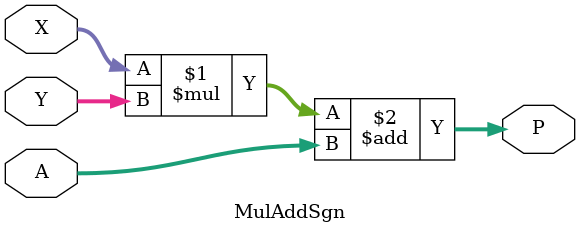
<source format=sv>

module MulAddSgn #(
	parameter BW = 8,
	parameter int              widthX = BW,             // word width of XS, XC (<= widthY)
	parameter int              widthY = BW,             // word width of Y
	parameter int              widthA = 2*BW            // word width of A (>= widthX+widthY)
) (
	input  logic signed [widthX-1:0] X,  // multiplier
	input  logic signed [widthY-1:0] Y,  // multiplicand
	input  logic signed [widthA-1:0] A,  // augend
	output logic signed [widthA-1:0] P   // product
);
	assign P = (X * Y) + A;
endmodule
</source>
